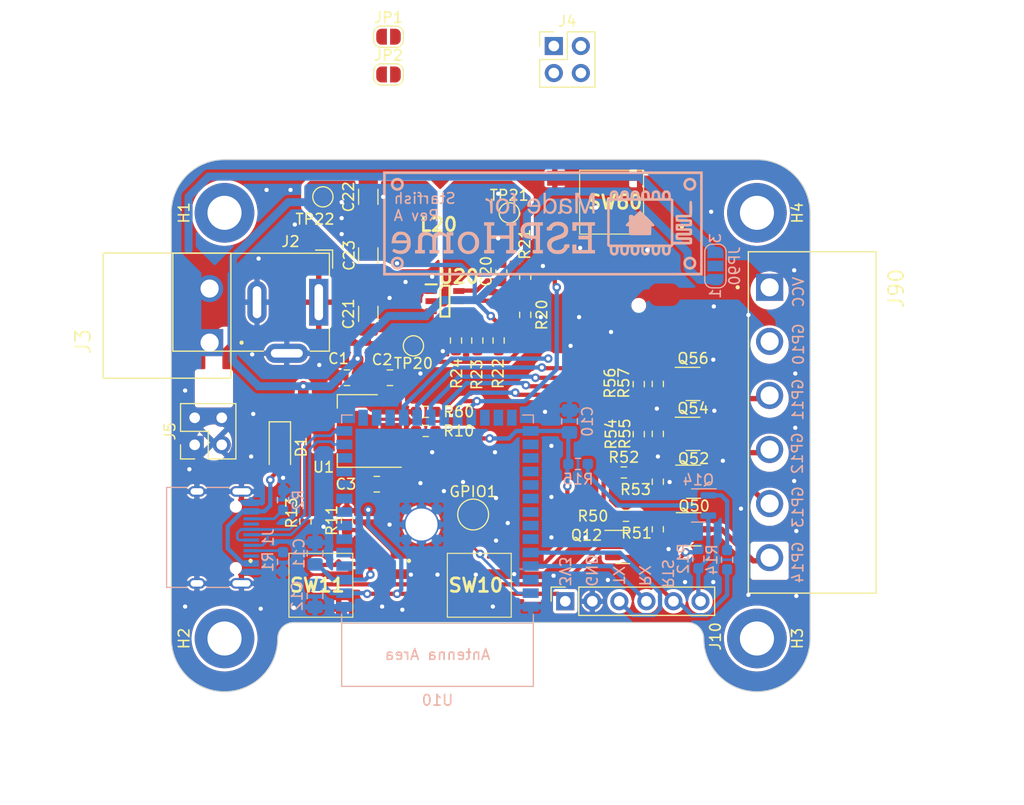
<source format=kicad_pcb>
(kicad_pcb (version 20221018) (generator pcbnew)
  (title_block (title "Starfish") (date "2023-01-30") (rev "A") (company "PaEber Electronics"))
  (layers (0 "F.Cu" signal) (31 "B.Cu" signal) (34 "B.Paste" user) (35 "F.Paste" user) (36 "B.SilkS" user "B.Silkscreen") (37 "F.SilkS" user "F.Silkscreen") (38 "B.Mask" user) (39 "F.Mask" user) (44 "Edge.Cuts" user))
  (net 0 "")
  (net 1 "GND")
  (net 2 "VBUS")
  (net 3 "Net-(U20-BST)")
  (net 4 "/USB_DP")
  (net 5 "/USB_DM")
  (net 6 "Net-(U10-GPIO1{slash}TOUCH1{slash}ADC1_CH0)")
  (net 7 "Net-(J1-CC1)")
  (net 9 "Net-(J1-CC2)")
  (net 10 "/Power/SW_5V")
  (net 11 "+3V3")
  (net 12 "/CH1")
  (net 14 "/Power/V_REG")
  (net 15 "Net-(Q12-G)")
  (net 16 "Net-(Q12-D)")
  (net 17 "Net-(Q14-G)")
  (net 18 "Net-(Q14-D)")
  (net 19 "Net-(Q50-G)")
  (net 20 "Net-(Q52-G)")
  (net 21 "Net-(Q54-G)")
  (net 22 "Net-(Q56-G)")
  (net 23 "Net-(U20-EN)")
  (net 24 "Net-(SW60-A)")
  (net 31 "+5V")
  (net 32 "/LED Driver/PWM1")
  (net 33 "/LED Driver/PWM2")
  (net 34 "/LED Driver/PWM3")
  (net 35 "/LED Driver/PWM4")
  (net 40 "/CH2")
  (net 41 "/CH3")
  (net 42 "/CH4")
  (net 43 "VCC")
  (net 46 "Net-(R22-Pad2)")
  (net 47 "/Power/FB_5V")
  (net 52 "/GPIO0")
  (net 53 "/CHIP_PU")
  (net 54 "/TXD")
  (net 57 "/RXD")
  (net 58 "/RTS")
  (net 59 "/DTR")
  (net 66 "unconnected-(U10-GPIO10{slash}TOUCH10{slash}ADC1_CH9{slash}FSPICS0{slash}FSPIIO4{slash}SUBSPICS0-Pad18)")
  (net 67 "Net-(J90-Pin_2)")
  (footprint "paeber:13019319" (layer "F.Cu") (at 162.2 64 180)
    (fp_text reference "SW60")
    (fp_text value "1301.9315" hide)
  )
  (footprint "paeber:13019319" (layer "F.Cu") (at 148.075 100)
    (fp_text reference "SW10")
    (fp_text value "1301.9315" hide)
  )
  (footprint "TestPoint:TestPoint_Pad_D1.5mm" (layer "F.Cu") (at 134.239997 63.500001)
    (fp_text reference "TP22")
    (fp_text value "TestPoint")
  )
  (footprint "Resistor_SMD:R_0603_1608Metric_Pad0.98x0.95mm_HandSolder" (layer "F.Cu") (at 165.689997 81.080001 90)
    (fp_text reference "R57")
    (fp_text value "10k")
  )
  (footprint "Capacitor_SMD:C_0603_1608Metric_Pad1.08x0.95mm_HandSolder" (layer "F.Cu") (at 150.999997 70.500001 90)
    (fp_text reference "C20")
    (fp_text value "100n")
  )
  (footprint "Capacitor_SMD:C_1206_3216Metric" (layer "F.Cu") (at 138.499997 63.500001 90)
    (fp_text reference "C22")
    (fp_text value "22u")
  )
  (footprint "MountingHole:MountingHole_3.2mm_M3_DIN965_Pad_TopBottom" (layer "F.Cu") (at 125 65 90)
    (fp_text reference "H1")
    (fp_text value "MountingHole")
  )
  (footprint "Resistor_SMD:R_0603_1608Metric_Pad0.98x0.95mm_HandSolder" (layer "F.Cu") (at 150.739997 77.000001 -90)
    (fp_text reference "R22")
    (fp_text value "27k")
  )
  (footprint "TestPoint:TestPoint_Pad_D2.5mm" (layer "F.Cu") (at 148.35 93.35)
    (fp_text reference "GPIO1")
    (fp_text value "TestPoint")
  )
  (footprint "MountingHole:MountingHole_3.2mm_M3_DIN965_Pad_TopBottom" (layer "F.Cu") (at 175 105 -90)
    (fp_text reference "H3")
    (fp_text value "MountingHole")
  )
  (footprint "Package_TO_SOT_SMD:SOT-23" (layer "F.Cu") (at 169.1 94.740001)
    (fp_text reference "Q50")
    (fp_text value "PMV40UN2R")
  )
  (footprint "Package_TO_SOT_SMD:SOT-223-3_TabPin2" (layer "F.Cu") (at 137.499997 85.500001 180)
    (fp_text reference "U1")
    (fp_text value "LM1117-3.3")
  )
  (footprint "paeber:CUI_TBP01R1-508-06BE" (layer "F.Cu") (at 176.189997 72 -90)
    (fp_text reference "J90")
    (fp_text value "Screw_Terminal_01x06")
  )
  (footprint "Package_TO_SOT_SMD:SOT-23" (layer "F.Cu") (at 169 81.080001)
    (fp_text reference "Q56")
    (fp_text value "PMV40UN2R")
  )
  (footprint "Resistor_SMD:R_0603_1608Metric_Pad0.98x0.95mm_HandSolder" (layer "F.Cu") (at 162.699997 93.470001)
    (fp_text reference "R50")
    (fp_text value "330")
  )
  (footprint "Resistor_SMD:R_0603_1608Metric_Pad0.98x0.95mm_HandSolder" (layer "F.Cu") (at 153.239997 74.587501 90)
    (fp_text reference "R20")
    (fp_text value "100k")
  )
  (footprint "Resistor_SMD:R_0603_1608Metric_Pad0.98x0.95mm_HandSolder" (layer "F.Cu") (at 153.239997 71.000001 90)
    (fp_text reference "R21")
    (fp_text value "27k")
  )
  (footprint "Package_TO_SOT_SMD:SOT-23" (layer "F.Cu") (at 169.05 90.270001)
    (fp_text reference "Q52")
    (fp_text value "PMV40UN2R")
  )
  (footprint "Capacitor_SMD:C_0805_2012Metric_Pad1.18x1.45mm_HandSolder" (layer "F.Cu") (at 140.537497 80.500001)
    (fp_text reference "C2")
    (fp_text value "10")
  )
  (footprint "MountingHole:MountingHole_3.2mm_M3_DIN965_Pad_TopBottom" (layer "F.Cu") (at 175 65 -90)
    (fp_text reference "H4")
    (fp_text value "MountingHole")
  )
  (footprint "paeber:CUI_TBP01R1-508-02BE" (layer "F.Cu") (at 123.6 77.2 90)
    (fp_text reference "J3")
    (fp_text value "Screw_Terminal_01x02")
  )
  (footprint "Resistor_SMD:R_0603_1608Metric_Pad0.98x0.95mm_HandSolder" (layer "F.Cu") (at 165.689997 94.740001 90)
    (fp_text reference "R51")
    (fp_text value "10k")
  )
  (footprint "Resistor_SMD:R_0603_1608Metric_Pad0.98x0.95mm_HandSolder" (layer "F.Cu") (at 165.689997 90.270001 90)
    (fp_text reference "R53")
    (fp_text value "10k")
  )
  (footprint "paeber:XAL6030182MEB-HandSolder" (layer "F.Cu") (at 145.099997 66.100001 180)
    (fp_text reference "L20")
    (fp_text value "3u3" hide)
  )
  (footprint "TestPoint:TestPoint_Pad_D1.5mm" (layer "F.Cu") (at 142.739997 77.500001 180)
    (fp_text reference "TP20")
    (fp_text value "TestPoint")
  )
  (footprint "Resistor_SMD:R_0603_1608Metric_Pad0.98x0.95mm_HandSolder" (layer "F.Cu") (at 163.899997 81.100001 90)
    (fp_text reference "R56")
    (fp_text value "330")
  )
  (footprint "Resistor_SMD:R_0603_1608Metric_Pad0.98x0.95mm_HandSolder" (layer "F.Cu") (at 148.739997 77.000001 -90)
    (fp_text reference "R23")
    (fp_text value "27k")
  )
  (footprint "Resistor_SMD:R_0603_1608Metric_Pad0.98x0.95mm_HandSolder" (layer "F.Cu") (at 165.689997 85.770001 90)
    (fp_text reference "R55")
    (fp_text value "10k")
  )
  (footprint "Capacitor_SMD:C_1206_3216Metric" (layer "F.Cu") (at 138.499997 69.000001 -90)
    (fp_text reference "C23")
    (fp_text value "22u")
  )
  (footprint "Capacitor_SMD:C_0805_2012Metric_Pad1.18x1.45mm_HandSolder" (layer "F.Cu") (at 136.499997 80.500001 180)
    (fp_text reference "C1")
    (fp_text value "1u")
  )
  (footprint "Connector_BarrelJack:BarrelJack_Wuerth_6941xx301002" (layer "F.Cu") (at 133.849997 73.400001 -90)
    (fp_text reference "J2")
    (fp_text value "Barrel_Jack_Switch")
  )
  (footprint "Connector_PinSocket_2.54mm:PinSocket_1x06_P2.54mm_Vertical" (layer "F.Cu") (at 156.999997 101.500001 90)
    (fp_text reference "J10")
    (fp_text value "UartBridge")
  )
  (footprint "Capacitor_SMD:C_1206_3216Metric" (layer "F.Cu") (at 138.499997 74.500001 90)
    (fp_text reference "C21")
    (fp_text value "10u")
  )
  (footprint "TestPoint:TestPoint_Pad_D1.5mm" (layer "F.Cu") (at 151.739997 65.000001)
    (fp_text reference "TP21")
    (fp_text value "TestPoint")
  )
  (footprint "Connector_PinHeader_2.54mm:PinHeader_2x02_P2.54mm_Vertical" (layer "F.Cu") (at 122.2 86.8 90)
    (fp_text reference "J5")
    (fp_text value "Conn_02x02_Odd_Even")
  )
  (footprint "Resistor_SMD:R_0603_1608Metric_Pad0.98x0.95mm_HandSolder" (layer "F.Cu") (at 146.739997 77.000001 90)
    (fp_text reference "R24")
    (fp_text value "10k")
  )
  (footprint "Resistor_SMD:R_0603_1608Metric_Pad0.98x0.95mm_HandSolder" (layer "F.Cu") (at 132.6 94 -90)
    (fp_text reference "R13")
    (fp_text value "0")
  )
  (footprint "Jumper:SolderJumper-2_P1.3mm_Open_RoundedPad1.0x1.5mm" (layer "F.Cu") (at 140.4 52)
    (fp_text reference "JP2")
    (fp_text value "SolderJumper_2_Open")
  )
  (footprint "Capacitor_SMD:C_0805_2012Metric_Pad1.18x1.45mm_HandSolder" (layer "F.Cu") (at 139.299997 90.500001)
    (fp_text reference "C3")
    (fp_text value "1u")
  )
  (footprint "Resistor_SMD:R_0603_1608Metric_Pad0.98x0.95mm_HandSolder" (layer "F.Cu") (at 143.9 83.7 180)
    (fp_text reference "R60")
    (fp_text value "10k")
  )
  (footprint "MountingHole:MountingHole_3.2mm_M3_DIN965_Pad_TopBottom" (layer "F.Cu") (at 125 105 90)
    (fp_text reference "H2")
    (fp_text value "MountingHole")
  )
  (footprint "Connector_PinHeader_2.54mm:PinHeader_2x02_P2.54mm_Vertical" (layer "F.Cu") (at 155.925 49.325)
    (fp_text reference "J4")
    (fp_text value "Conn_02x02_Odd_Even")
  )
  (footprint "paeber:13019319" (layer "F.Cu") (at 133.2 100)
    (fp_text reference "SW11")
    (fp_text value "1301.9315" hide)
  )
  (footprint "Resistor_SMD:R_0603_1608Metric_Pad0.98x0.95mm_HandSolder" (layer "F.Cu") (at 162.499997 89.400001)
    (fp_text reference "R52")
    (fp_text value "330")
  )
  (footprint "paeber:TSOT-26" (layer "F.Cu") (at 145.699997 73.300001)
    (fp_text reference "U20")
    (fp_text value "AP62301WU-7" hide)
  )
  (footprint "Jumper:SolderJumper-2_P1.3mm_Open_RoundedPad1.0x1.5mm" (layer "F.Cu") (at 140.4 48.45)
    (fp_text reference "JP1")
    (fp_text value "SolderJumper_2_Open")
  )
  (footprint "Resistor_SMD:R_0603_1608Metric_Pad0.98x0.95mm_HandSolder" (layer "F.Cu") (at 143.9 85.5 180)
    (fp_text reference "R10")
    (fp_text value "10k")
  )
  (footprint "Package_TO_SOT_SMD:SOT-23" (layer "F.Cu") (at 169 85.770001)
    (fp_text reference "Q54")
    (fp_text value "PMV40UN2R")
  )
  (footprint "Diode_SMD:D_SOD-123" (layer "F.Cu") (at 130.199997 87.000001 -90)
    (fp_text reference "D1")
    (fp_text value "PMEG60T10ELRX")
  )
  (footprint "Resistor_SMD:R_0603_1608Metric_Pad0.98x0.95mm_HandSolder" (layer "F.Cu") (at 163.899997 85.800001 90)
    (fp_text reference "R54")
    (fp_text value "330")
  )
  (footprint "Package_TO_SOT_SMD:SOT-23" (layer "F.Cu") (at 162.399997 96.400001)
    (fp_text reference "Q12")
    (fp_text value "BSS138")
  )
  (footprint "Resistor_SMD:R_0603_1608Metric_Pad0.98x0.95mm_HandSolder" (layer "F.Cu") (at 136.5 93.9 90)
    (fp_text reference "R11")
    (fp_text value "10k")
  )
  (footprint "Capacitor_SMD:C_0805_2012Metric_Pad1.18x1.45mm_HandSolder" (layer "B.Cu") (at 133.499997 101.000001 -90)
    (fp_text reference "C12")
    (fp_text value "100n")
  )
  (footprint "Resistor_SMD:R_0603_1608Metric_Pad0.98x0.95mm_HandSolder" (layer "B.Cu") (at 130.499997 97.800001 -90)
    (fp_text reference "R1")
    (fp_text value "5k11")
  )
  (footprint "Connector_USB:USB_C_Receptacle_HRO_TYPE-C-31-M-12" (layer "B.Cu") (at 123.459997 95.500001 90)
    (fp_text reference "J1")
    (fp_text value "USB4105-GF-A-120")
  )
  (footprint "Resistor_SMD:R_0603_1608Metric_Pad0.98x0.95mm_HandSolder" (layer "B.Cu") (at 172.199997 97.600001 -90)
    (fp_text reference "R14")
    (fp_text value "10k")
  )
  (footprint "Jumper:SolderJumper-3_P1.3mm_Open_RoundedPad1.0x1.5mm_NumberLabels" (layer "B.Cu") (at 171.099997 70.000001 90)
    (fp_text reference "JP90")
    (fp_text value "12V 5V")
  )
  (footprint "Package_TO_SOT_SMD:SOT-23" (layer "B.Cu") (at 169.499997 92.500001 180)
    (fp_text reference "Q14")
    (fp_text value "BSS138")
  )
  (footprint "Capacitor_SMD:C_0805_2012Metric_Pad1.18x1.45mm_HandSolder" (layer "B.Cu") (at 157.4 84.6 90)
    (fp_text reference "C10")
    (fp_text value "100n")
  )
  (footprint "Capacitor_SMD:C_0805_2012Metric_Pad1.18x1.45mm_HandSolder" (layer "B.Cu") (at 133.499997 97.000001 90)
    (fp_text reference "C11")
    (fp_text value "100n")
  )
  (footprint "Resistor_SMD:R_0603_1608Metric_Pad0.98x0.95mm_HandSolder" (layer "B.Cu") (at 169.499997 97.500001 -90)
    (fp_text reference "R12")
    (fp_text value "10k")
  )
  (footprint "Resistor_SMD:R_0603_1608Metric_Pad0.98x0.95mm_HandSolder" (layer "B.Cu") (at 158.199997 88.6)
    (fp_text reference "R15")
    (fp_text value "0")
  )
  (footprint "LOGO" (layer "B.Cu") (at 154.899997 66.000001 180)
    (fp_text reference "G***" hide)
    (fp_text value "LOGO" hide)
  )
  (footprint "Espressif:ESP32-S3-WROOM-1" (layer "B.Cu") (at 144.999997 93.750001)
    (fp_text reference "U10")
    (fp_text value "ESP32-S3-WROOM-1")
  )
  (footprint "Resistor_SMD:R_0603_1608Metric_Pad0.98x0.95mm_HandSolder" (layer "B.Cu") (at 130.499997 92.000001 90)
    (fp_text reference "R2")
    (fp_text value "5k11")
  )
  (gr_line (start 131.499997 103.500001) (end 168.499997 103.500001) (stroke (width 0.1)) (layer "Edge.Cuts"))
  (gr_line (start 119.999997 65.000001) (end 119.999997 105.000001) (stroke (width 0.1)) (layer "Edge.Cuts"))
  (gr_arc (start 129.999997 105.000001) (mid 128.535531 108.535535) (end 124.999997 110.000001) (stroke (width 0.1)) (layer "Edge.Cuts"))
  (gr_line (start 179.999997 105.000001) (end 179.999997 65.000001) (stroke (width 0.1)) (layer "Edge.Cuts"))
  (gr_arc (start 179.999997 105.000001) (mid 178.535531 108.535535) (end 174.999997 110.000001) (stroke (width 0.1)) (layer "Edge.Cuts"))
  (gr_line (start 174.999997 60.000001) (end 124.999997 60.000001) (stroke (width 0.1)) (layer "Edge.Cuts"))
  (gr_arc (start 119.999997 65.000001) (mid 121.464463 61.464467) (end 124.999997 60.000001) (stroke (width 0.1)) (layer "Edge.Cuts"))
  (gr_arc (start 168.499997 103.500001) (mid 169.560659 103.93934) (end 170 105.000001) (stroke (width 0.1)) (layer "Edge.Cuts"))
  (gr_arc (start 124.999997 110.000001) (mid 121.464463 108.535535) (end 119.999997 105.000001) (stroke (width 0.1)) (layer "Edge.Cuts"))
  (gr_arc (start 175 110.000001) (mid 171.464466 108.535535) (end 170 105.000001) (stroke (width 0.1)) (layer "Edge.Cuts"))
  (gr_arc (start 129.999997 105.000001) (mid 130.439337 103.939341) (end 131.499997 103.500001) (stroke (width 0.1)) (layer "Edge.Cuts"))
  (gr_arc (start 174.999997 60.000001) (mid 178.535531 61.464467) (end 179.999997 65.000001) (stroke (width 0.1)) (layer "Edge.Cuts"))
  (gr_text "RTS" (at 166.6 98.9 270) (layer "B.SilkS") (effects (font (size 1 1)) (justify mirror)))
  (gr_text "VCC" (at 178.9 72.45 90) (layer "B.SilkS") (effects (font (size 1 1)) (justify mirror)))
  (gr_text "GP14" (at 178.85 97.85 90) (layer "B.SilkS") (effects (font (size 1 1)) (justify mirror)))
  (gr_text "3V3" (at 156.95 98.7 270) (layer "B.SilkS") (effects (font (size 1 1)) (justify mirror)))
  (gr_text "GP12" (at 178.8 87.6 90) (layer "B.SilkS") (effects (font (size 1 1)) (justify mirror)))
  (gr_text "Starfish\nRev A\n" (at 140.8 64.45) (layer "B.SilkS") (effects (font (size 1 1)) (justify right mirror)))
  (gr_text "TX" (at 162 99.05 270) (layer "B.SilkS") (effects (font (size 1 1)) (justify mirror)))
  (gr_text "GP10" (at 178.9 77.35 90) (layer "B.SilkS") (effects (font (size 1 1)) (justify mirror)))
  (gr_text "GP13" (at 178.85 92.65 90) (layer "B.SilkS") (effects (font (size 1 1)) (justify mirror)))
  (gr_text "GND" (at 159.45 98.6 270) (layer "B.SilkS") (effects (font (size 1 1)) (justify mirror)))
  (gr_text "GP11" (at 178.85 82.55 90) (layer "B.SilkS") (effects (font (size 1 1)) (justify mirror)))
  (gr_text "RX" (at 164.45 99.1 270) (layer "B.SilkS") (effects (font (size 1 1)) (justify mirror)))
  (segment (start 165.727497 82.030001) (end 165.689997 81.992501) (width 0.4) (layer "F.Cu") (net 1))
  (segment (start 165.689997 95.652501) (end 166.752497 95.652501) (width 0.4) (layer "F.Cu") (net 1))
  (segment (start 165.689997 86.682501) (end 168.025 86.682501) (width 0.4) (layer "F.Cu") (net 1))
  (segment (start 165.689997 86.682501) (end 165.689997 87.890001) (width 0.4) (layer "F.Cu") (net 1))
  (segment (start 168.125 95.652501) (end 168.1625 95.690001) (width 0.4) (layer "F.Cu") (net 1))
  (segment (start 145.587497 77.912501) (end 145.499997 78.000001) (width 0.4) (layer "F.Cu") (net 1))
  (segment (start 153.327497 70.000001) (end 153.239997 70.087501) (width 0.4) (layer "F.Cu") (net 1))
  (segment (start 154.900497 70.000001) (end 153.327497 70.000001) (width 0.4) (layer "F.Cu") (net 1))
  (segment (start 140.474997 73.025001) (end 140.499997 73.000001) (width 0.4) (layer "F.Cu") (net 1))
  (segment (start 166.819997 90.320001) (end 166.799997 90.300001) (width 0.4) (layer "F.Cu") (net 1))
  (segment (start 165.727497 91.220001) (end 165.689997 91.182501) (width 0.4) (layer "F.Cu") (net 1))
  (segment (start 165.689997 87.890001) (end 165.699997 87.900001) (width 0.4) (layer "F.Cu") (net 1))
  (segment (start 138.499997 73.025001) (end 140.474997 73.025001) (width 0.4) (layer "F.Cu") (net 1))
  (segment (start 168.025 86.682501) (end 168.0625 86.720001) (width 0.4) (layer "F.Cu") (net 1))
  (segment (start 166.819997 91.220001) (end 166.819997 90.320001) (width 0.4) (layer "F.Cu") (net 1))
  (segment (start 165.689997 83.310001) (end 165.599997 83.400001) (width 0.4) (layer "F.Cu") (net 1))
  (segment (start 166.752497 95.652501) (end 166.752497 96.547501) (width 0.4) (layer "F.Cu") (net 1))
  (segment (start 166.752497 95.652501) (end 168.125 95.652501) (width 0.4) (layer "F.Cu") (net 1))
  (segment (start 166.819997 91.220001) (end 165.727497 91.220001) (width 0.4) (layer "F.Cu") (net 1))
  (segment (start 165.689997 81.992501) (end 165.689997 83.310001) (width 0.4) (layer "F.Cu") (net 1))
  (segment (start 146.739997 77.912501) (end 145.587497 77.912501) (width 0.4) (layer "F.Cu") (net 1))
  (segment (start 168.1125 91.220001) (end 166.819997 91.220001) (width 0.4) (layer "F.Cu") (net 1))
  (segment (start 168.0625 82.030001) (end 165.727497 82.030001) (width 0.4) (layer "F.Cu") (net 1))
  (segment (start 144.399997 72.350001) (end 144.399997 71.100001) (width 0.4) (layer "F.Cu") (net 1))
  (segment (start 144.399997 71.100001) (end 144.499997 71.000001) (width 0.4) (layer "F.Cu") (net 1))
  (segment (start 166.752497 96.547501) (end 166.699997 96.600001) (width 0.4) (layer "F.Cu") (net 1))
  (via (at 178.7 94.9) (size 0.8) (drill 0.4) (layers "F.Cu" "B.Cu") (net 1))
  (via (at 155.9 99.1) (size 0.8) (drill 0.4) (layers "F.Cu" "B.Cu") (net 1))
  (via (at 178.6 85.2) (size 0.8) (drill 0.4) (layers "F.Cu" "B.Cu") (net 1))
  (via (at 127.6 78.3) (size 0.8) (drill 0.4) (layers "F.Cu" "B.Cu") (net 1))
  (via (at 170.7 64.9) (size 0.8) (drill 0.4) (layers "F.Cu" "B.Cu") (net 1))
  (via (at 166.799997 90.300001) (size 0.8) (drill 0.4) (layers "F.Cu" "B.Cu") (net 1))
  (via (at 171.8 88.3) (size 0.8) (drill 0.4) (layers "F.Cu" "B.Cu") (net 1))
  (via (at 144.499997 71.000001) (size 0.8) (drill 0.4) (layers "F.Cu" "B.Cu") (net 1))
  (via (at 165.699997 87.900001) (size 0.8) (drill 0.4) (layers "F.Cu" "B.Cu") (net 1))
  (via (at 130.499997 89.900001) (size 0.8) (drill 0.4) (layers "F.Cu" "B.Cu") (net 1))
  (via (at 178.5 90.2) (size 0.8) (drill 0.4) (layers "F.Cu" "B.Cu") (net 1))
  (via (at 131.6 66.1) (size 0.8) (drill 0.4) (layers "F.Cu" "B.Cu") (net 1))
  (via (at 154.7 74.8) (size 0.8) (drill 0.4) (layers "F.Cu" "B.Cu") (net 1))
  (via (at 174.2 74.6) (size 0.8) (drill 0.4) (layers "F.Cu" "B.Cu") (net 1))
  (via (at 141.7 102.3) (size 0.8) (drill 0.4) (layers "F.Cu" "B.Cu") (net 1))
  (via (at 147.4 90.3) (size 0.8) (drill 0.4) (layers "F.Cu" "B.Cu") (net 1))
  (via (at 164.7 68.5) (size 0.8) (drill 0.4) (layers "F.Cu" "B.Cu") (net 1))
  (via (at 140.499997 73.000001) (size 0.8) (drill 0.4) (layers "F.Cu" "B.Cu") (net 1))
  (via (at 133.9 79.3) (size 0.8) (drill 0.4) (layers "F.Cu" "B.Cu") (net 1))
  (via (at 143.4 80.1) (size 0.8) (drill 0.4) (layers "F.Cu" "B.Cu") (net 1))
  (via (at 170.9 78.8) (size 0.8) (drill 0.4) (layers "F.Cu" "B.Cu") (net 1))
  (via (at 128.4 102.2) (size 0.8) (drill 0.4) (layers "F.Cu" "B.Cu") (net 1))
  (via (at 150.5 91.8) (size 0.8) (drill 0.4) (layers "F.Cu" "B.Cu") (net 1))
  (via (at 178.6 80.1) (size 0.8) (drill 0.4) (layers "F.Cu" "B.Cu") (net 1))
  (via (at 134.299997 94.500001) (size 0.8) (drill 0.4) (layers "F.Cu" "B.Cu") (net 1))
  (via (at 145.499997 78.000001) (size 0.8) (drill 0.4) (layers "F.Cu" "B.Cu") (net 1))
  (via (at 157.5 77.5) (size 0.8) (drill 0.4) (layers "F.Cu" "B.Cu") (net 1))
  (via (at 152.2 98.95) (size 0.8) (drill 0.4) (layers "F.Cu" "B.Cu") (net 1))
  (via (at 158.4 68.3) (size 0.8) (drill 0.4) (layers "F.Cu" "B.Cu") (net 1))
  (via (at 150.5 95.8) (size 0.8) (drill 0.4) (layers "F.Cu" "B.Cu") (net 1))
  (via (at 145 99) (size 0.8) (drill 0.4) (layers "F.Cu" "B.Cu") (net 1))
  (via (at 178.5 70.4) (size 0.8) (drill 0.4) (layers "F.Cu" "B.Cu") (net 1))
  (via (at 128.95 62.85) (size 0.8) (drill 0.4) (layers "F.Cu" "B.Cu") (net 1))
  (via (at 121.3 81.7) (size 0.8) (drill 0.4) (layers "F.Cu" "B.Cu") (net 1))
  (via (at 148.6 99) (size 0.8) (drill 0.4) (layers "F.Cu" "B.Cu") (net 1))
  (via (at 158.3 74.8) (size 0.8) (drill 0.4) (layers "F.Cu" "B.Cu") (net 1))
  (via (at 150.4 87.5) (size 0.8) (drill 0.4) (layers "F.Cu" "B.Cu") (net 1))
  (via (at 155.7 91.7) (size 0.8) (drill 0.4) (layers "F.Cu" "B.Cu") (net 1))
  (via (at 161 99.5) (size 0.8) (drill 0.4) (layers "F.Cu" "B.Cu") (net 1))
  (via (at 143.4 90.4) (size 0.8) (drill 0.4) (layers "F.Cu" "B.Cu") (net 1))
  (via (at 142.5 99) (size 0.8) (drill 0.4) (layers "F.Cu" "B.Cu") (net 1))
  (via (at 121.7 89.1) (size 0.8) (drill 0.4) (layers "F.Cu" "B.Cu") (net 1))
  (via (at 170.95 73.8) (size 0.8) (drill 0.4) (layers "F.Cu" "B.Cu") (net 1))
  (via (at 140.5 94.3) (size 0.8) (drill 0.4) (layers "F.Cu" "B.Cu") (net 1))
  (via (at 150.199997 102.000001) (size 0.8) (drill 0.4) (layers "F.Cu" "B.Cu") (net 1))
  (via (at 154.900497 70.000001) (size 0.8) (drill 0.4) (layers "F.Cu" "B.Cu") (net 1))
  (via (at 142 71.5) (size 0.8) (drill 0.4) (layers "F.Cu" "B.Cu") (net 1))
  (via (at 168.25 99.7) (size 0.8) (drill 0.4) (layers "F.Cu" "B.Cu") (net 1))
  (via (at 166.699997 96.600001) (size 0.8) (drill 0.4) (layers "F.Cu" "B.Cu") (net 1))
  (via (at 155.7 86.9) (size 0.8) (drill 0.4) (layers "F.Cu" "B.Cu") (net 1))
  (via (at 159.9 64.5) (size 0.8) (drill 0.4) (layers "F.Cu" "B.Cu") (net 1))
  (via (at 128.2 69.3) (size 0.8) (drill 0.4) (layers "F.Cu" "B.Cu") (net 1))
  (via (at 144.5 87.5) (size 0.8) (drill 0.4) (layers "F.Cu" "B.Cu") (net 1))
  (via (at 173.5 92.8) (size 0.8) (drill 0.4) (layers "F.Cu" "B.Cu") (net 1))
  (via (at 151.6 94.15) (size 0.8) (drill 0.4) (layers "F.Cu" "B.Cu") (net 1))
  (via (at 127.7 83.9) (size 0.8) (drill 0.4) (layers "F.Cu" "B.Cu") (net 1))
  (via (at 161.3 76.2) (size 0.8) (drill 0.4) (layers "F.Cu" "B.Cu") (net 1))
  (via (at 121.3 102) (size 0.8) (drill 0.4) (layers "F.Cu" "B.Cu") (net 1))
  (via (at 155.1 83.7) (size 0.8) (drill 0.4) (layers "F.Cu" "B.Cu") (net 1))
  (via (at 155.7 95.5) (size 0.8) (drill 0.4) (layers "F.Cu" "B.Cu") (net 1))
  (via (at 131.2 62.85) (size 0.8) (drill 0.4) (layers "F.Cu" "B.Cu") (net 1))
  (via (at 127.5 87.9) (size 0.8) (drill 0.4) (layers "F.Cu" "B.Cu") (net 1))
  (via (at 178.7 101) (size 0.8) (drill 0.4) (layers "F.Cu" "B.Cu") (net 1))
  (via (at 165.599997 83.400001) (size 0.8) (drill 0.4) (layers "F.Cu" "B.Cu") (net 1))
  (via (at 145.6 91.15) (size 0.8) (drill 0.4) (layers "F.Cu" "B.Cu") (net 1))
  (via (at 131.499997 102.100001) (size 0.8) (drill 0.4) (layers "F.Cu" "B.Cu") (net 1))
  (via (at 174.2 100.9) (size 0.8) (drill 0.4) (layers "F.Cu" "B.Cu") (net 1))
  (via (at 171 83.6) (size 0.8) (drill 0.4) (layers "F.Cu" "B.Cu") (net 1))
  (via (at 139.799997 102.000001) (size 0.8) (drill 0.4) (layers "F.Cu" "B.Cu") (net 1))
  (via (at 158.9 95.5) (size 0.8) (drill 0.4) (layers "F.Cu" "B.Cu") (net 1))
  (via (at 170.9 99.7) (size 0.8) (drill 0.4) (layers "F.Cu" "B.Cu") (net 1))
  (segment (start 142.099997 94.290001) (end 143.499997 94.290001) (width 0.4) (layer "B.Cu") (net 1))
  (segment (start 129.049997 98.750001) (end 130.462497 98.750001) (width 0.4) (layer "B.Cu") (net 1))
  (segment (start 128.399997 91.200001) (end 126.609997 91.200001) (width 0.4) (layer "B.Cu") (net 1))
  (segment (start 129.099997 98.800001) (end 129.049997 98.750001) (width 0.4) (layer "B.Cu") (net 1))
  (segment (start 133.499997 95.300001) (end 134.299997 94.500001) (width 0.4) (layer "B.Cu") (net 1))
  (segment (start 130.462497 98.750001) (end 130.499997 98.712501) (width 0.4) (layer "B.Cu") (net 1))
  (segment (start 128.679997 99.820001) (end 129.099997 99.400001) (width 0.4) (layer "B.Cu") (net 1))
  (segment (start 128.299997 92.200001) (end 128.599997 91.900001) (width 0.4) (layer "B.Cu") (net 1))
  (segment (start 127.554997 92.200001) (end 128.299997 92.200001) (width 0.4) (layer "B.Cu") (net 1))
  (segment (start 129.099997 99.400001) (end 129.099997 98.800001) (width 0.4) (layer "B.Cu") (net 1))
  (segment (start 127.504997 92.250001) (end 127.554997 92.200001) (width 0.4) (layer "B.Cu") (net 1))
  (segment (start 126.609997 91.200001) (end 126.589997 91.180001) (width 0.4) (layer "B.Cu") (net 1))
  (segment (start 127.504997 98.750001) (end 129.049997 98.750001) (width 0.4) (layer "B.Cu") (net 1))
  (segment (start 143.499997 94.290001) (end 144.899997 94.290001) (width 0.4) (layer "B.Cu") (net 1))
  (segment (start 128.599997 91.900001) (end 128.599997 91.400001) (width 0.4) (layer "B.Cu") (net 1))
  (segment (start 143.499997 94.290001) (end 143.499997 95.690001) (width 0.4) (layer "B.Cu") (net 1))
  (segment (start 131.562497 102.037501) (end 131.499997 102.100001) (width 0.4) (layer "B.Cu") (net 1))
  (segment (start 130.499997 91.087501) (end 130.499997 89.900001) (width 0.4) (layer "B.Cu") (net 1))
  (segment (start 133.499997 95.962501) (end 133.499997 95.300001) (width 0.4) (layer "B.Cu") (net 1))
  (segment (start 143.499997 92.890001) (end 143.499997 94.290001) (width 0.4) (layer "B.Cu") (net 1))
  (segment (start 126.589997 99.820001) (end 128.679997 99.820001) (width 0.4) (layer "B.Cu") (net 1))
  (segment (start 133.499997 102.037501) (end 131.562497 102.037501) (width 0.4) (layer "B.Cu") (net 1))
  (segment (start 128.599997 91.400001) (end 128.399997 91.200001) (width 0.4) (layer "B.Cu") (net 1))
  (segment (start 129.299997 89.969321) (end 130.199997 89.069321) (width 0.4) (layer "F.Cu") (net 2))
  (segment (start 129.299997 90.100001) (end 129.299997 89.969321) (width 0.4) (layer "F.Cu") (net 2))
  (segment (start 130.199997 89.069321) (end 130.199997 88.650001) (width 0.4) (layer "F.Cu") (net 2))
  (via (at 129.299997 90.100001) (size 0.8) (drill 0.4) (layers "F.Cu" "B.Cu") (net 2))
  (segment (start 127.504997 93.050001) (end 126.715336 93.050001) (width 0.4) (layer "B.Cu") (net 2))
  (segment (start 129.099997 92.700001) (end 129.299997 92.500001) (width 0.4) (layer "B.Cu") (net 2))
  (segment (start 125.299997 94.46534) (end 125.299997 96.534662) (width 0.4) (layer "B.Cu") (net 2))
  (segment (start 128.749997 93.050001) (end 129.099997 92.700001) (width 0.4) (layer "B.Cu") (net 2))
  (segment (start 129.299997 92.500001) (end 129.299997 90.100001) (width 0.4) (layer "B.Cu") (net 2))
  (segment (start 126.715336 93.050001) (end 125.299997 94.46534) (width 0.4) (layer "B.Cu") (net 2))
  (segment (start 126.715336 97.950001) (end 127.504997 97.950001) (width 0.4) (layer "B.Cu") (net 2))
  (segment (start 127.504997 93.050001) (end 128.749997 93.050001) (width 0.4) (layer "B.Cu") (net 2))
  (segment (start 125.299997 96.534662) (end 126.715336 97.950001) (width 0.4) (layer "B.Cu") (net 2))
  (segment (start 149.637497 71.362501) (end 148.689997 72.310001) (width 0.4) (layer "F.Cu") (net 3))
  (segment (start 150.999997 71.362501) (end 149.637497 71.362501) (width 0.4) (layer "F.Cu") (net 3))
  (segment (start 148.689997 72.310001) (end 147.007497 72.310001) (width 0.4) (layer "F.Cu") (net 3))
  (segment (start 127.504997 95.750001) (end 126.349997 95.750001) (width 0.25) (layer "B.Cu") (net 4))
  (segment (start 132.499997 93.364283) (end 132.499997 87.000001) (width 0.25) (layer "B.Cu") (net 4))
  (segment (start 126.199997 95.600001) (end 126.199997 95.100001) (width 0.25) (layer "B.Cu") (net 4))
  (segment (start 135.399997 85.500001) (end 136.249997 85.500001) (width 0.25) (layer "B.Cu") (net 4))
  (segment (start 132.499997 87.000001) (end 133.549997 85.950001) (width 0.25) (layer "B.Cu") (net 4))
  (segment (start 131.114279 94.750001) (end 132.499997 93.364283) (width 0.25) (layer "B.Cu") (net 4))
  (segment (start 126.349997 95.750001) (end 126.199997 95.600001) (width 0.25) (layer "B.Cu") (net 4))
  (segment (start 127.504997 94.750001) (end 131.114279 94.750001) (width 0.25) (layer "B.Cu") (net 4))
  (segment (start 126.549997 94.750001) (end 127.504997 94.750001) (width 0.25) (layer "B.Cu") (net 4))
  (segment (start 133.549997 85.950001) (end 134.949997 85.950001) (width 0.25) (layer "B.Cu") (net 4))
  (segment (start 134.949997 85.950001) (end 135.399997 85.500001) (width 0.25) (layer "B.Cu") (net 4))
  (segment (start 126.199997 95.100001) (end 126.549997 94.750001) (width 0.25) (layer "B.Cu") (net 4))
  (segment (start 132.999997 93.500001) (end 131.249997 95.250001) (width 0.25) (layer "B.Cu") (net 5))
  (segment (start 135.269997 86.770001) (end 134.999997 86.500001) (width 0.25) (layer "B.Cu") (net 5))
  (segment (start 131.249997 95.250001) (end 129.049997 95.250001) (width 0.25) (layer "B.Cu") (net 5))
  (segment (start 128.549997 96.250001) (end 129.049997 95.750001) (width 0.25) (layer "B.Cu") (net 5))
  (segment (start 129.049997 95.750001) (end 129.049997 95.250001) (width 0.25) (layer "B.Cu") (net 5))
  (segment (start 133.699997 86.500001) (end 132.999997 87.200001) (width 0.25) (layer "B.Cu") (net 5))
  (segment (start 132.999997 87.200001) (end 132.999997 93.500001) (width 0.25) (layer "B.Cu") (net 5))
  (segment (start 127.504997 96.250001) (end 128.549997 96.250001) (width 0.25) (layer "B.Cu") (net 5))
  (segment (start 134.999997 86.500001) (end 133.699997 86.500001) (width 0.25) (layer "B.Cu") (net 5))
  (segment (start 129.049997 95.250001) (end 127.504997 95.250001) (width 0.25) (layer "B.Cu") (net 5))
  (segment (start 136.249997 86.770001) (end 135.269997 86.770001) (width 0.25) (layer "B.Cu") (net 5))
  (segment (start 148.35 96.4) (end 149 97.05) (width 0.25) (layer "F.Cu") (net 6))
  (segment (start 148.35 93.35) (end 148.35 96.4) (width 0.25) (layer "F.Cu") (net 6))
  (via (at 149 97.05) (size 0.8) (drill 0.4) (layers "F.Cu" "B.Cu") (net 6))
  (segment (start 149 97.2) (end 152.540001 100.740001) (width 0.25) (layer "B.Cu") (net 6))
  (segment (start 149 97.05) (end 149 97.2) (width 0.25) (layer "B.Cu") (net 6))
  (segment (start 152.540001 100.740001) (end 153.749997 100.740001) (width 0.25) (layer "B.Cu") (net 6))
  (segment (start 127.504997 96.750001) (end 130.362497 96.750001) (width 0.25) (layer "B.Cu") (net 7))
  (segment (start 130.362497 96.750001) (end 130.499997 96.887501) (width 0.25) (layer "B.Cu") (net 7))
  (segment (start 129.662497 93.750001) (end 130.499997 92.912501) (width 0.25) (layer "B.Cu") (net 9))
  (segment (start 127.504997 93.750001) (end 129.662497 93.750001) (width 0.25) (layer "B.Cu") (net 9))
  (via (at 150.7 67.4) (size 0.8) (drill 0.4) (layers "F.Cu" "B.Cu") (net 10))
  (via (at 150.7 63.2) (size 0.8) (drill 0.4) (layers "F.Cu" "B.Cu") (net 10))
  (segment (start 138.5 92.9) (end 138.4125 92.9875) (width 0.4) (layer "F.Cu") (net 11))
  (segment (start 156.299996 100.8) (end 138.399997 100.800001) (width 0.4) (layer "F.Cu") (net 11))
  (segment (start 138.4125 92.9875) (end 136.5 92.9875) (width 0.4) (layer "F.Cu") (net 11))
  (segment (start 156.999997 101.500001) (end 156.299996 100.8) (width 0.4) (layer "F.Cu") (net 11))
  (via (at 141.2 100.8) (size 0.8) (drill 0.4) (layers "F.Cu" "B.Cu") (net 11))
  (via (at 138.5 92.9) (size 0.8) (drill 0.4) (layers "F.Cu" "B.Cu") (net 11))
  (via (at 138.399997 100.800001) (size 0.8) (drill 0.4) (layers "F.Cu" "B.Cu") (net 11))
  (segment (start 136.249997 100.740001) (end 138.339997 100.740001) (width 0.4) (layer "B.Cu") (net 11))
  (segment (start 138.5 94.4) (end 141.6 97.5) (width 0.4) (layer "B.Cu") (net 11))
  (segment (start 138.339997 100.740001) (end 138.399997 100.800001) (width 0.4) (layer "B.Cu") (net 11))
  (segment (start 134.262497 99.962501) (end 133.499997 99.962501) (width 0.4) (layer "B.Cu") (net 11))
  (segment (start 141.6 97.5) (end 141.6 100.4) (width 0.4) (layer "B.Cu") (net 11))
  (segment (start 138.5 92.9) (end 138.5 94.4) (width 0.4) (layer "B.Cu") (net 11))
  (segment (start 136.249997 100.740001) (end 135.039997 100.740001) (width 0.4) (layer "B.Cu") (net 11))
  (segment (start 141.6 100.4) (end 141.2 100.8) (width 0.4) (layer "B.Cu") (net 11))
  (segment (start 135.039997 100.740001) (end 134.262497 99.962501) (width 0.4) (layer "B.Cu") (net 11))
  (segment (start 160.6 82.9) (end 160.6 92.282504) (width 0.4) (layer "F.Cu") (net 12))
  (segment (start 152.3 81.9) (end 152.5 82.1) (width 0.4) (layer "F.Cu") (net 12))
  (segment (start 159.8 82.1) (end 160.6 82.9) (width 0.4) (layer "F.Cu") (net 12))
  (segment (start 160.6 92.282504) (end 161.787497 93.470001) (width 0.4) (layer "F.Cu") (net 12))
  (segment (start 152.5 82.1) (end 159.8 82.1) (width 0.4) (layer "F.Cu") (net 12))
  (via (at 152.3 81.9) (size 0.8) (drill 0.4) (layers "F.Cu" "B.Cu") (net 12))
  (segment (start 148.099997 81.900001) (end 146.904997 83.095001) (width 0.4) (layer "B.Cu") (net 12))
  (segment (start 152.3 81.9) (end 148.099997 81.900001) (width 0.4) (layer "B.Cu") (net 12))
  (segment (start 146.904997 83.095001) (end 146.904997 84.250001) (width 0.4) (layer "B.Cu") (net 12))
  (segment (start 164.699997 96.700001) (end 165.499997 97.500001) (width 0.4) (layer "F.Cu") (net 15))
  (segment (start 165.499997 97.500001) (end 166.099997 97.500001) (width 0.4) (layer "F.Cu") (net 15))
  (segment (start 164.699997 96.000001) (end 164.699997 96.700001) (width 0.4) (layer "F.Cu") (net 15))
  (segment (start 164.149997 95.450001) (end 164.599997 95.900001) (width 0.4) (layer "F.Cu") (net 15))
  (segment (start 164.599997 95.900001) (end 164.699997 96.000001) (width 0.4) (layer "F.Cu") (net 15))
  (segment (start 166.099997 97.500001) (end 167.699997 97.500001) (width 0.4) (layer "F.Cu") (net 15))
  (segment (start 161.462497 95.450001) (end 164.149997 95.450001) (width 0.4) (layer "F.Cu") (net 15))
  (segment (start 167.699997 97.500001) (end 168.299997 96.900001) (width 0.4) (layer "F.Cu") (net 15))
  (via (at 168.299997 96.900001) (size 0.8) (drill 0.4) (layers "F.Cu" "B.Cu") (net 15))
  (segment (start 168.299997 96.900001) (end 169.187497 96.900001) (width 0.4) (layer "B.Cu") (net 15))
  (segment (start 169.187497 96.900001) (end 169.499997 96.587501) (width 0.4) (layer "B.Cu") (net 15))
  (segment (start 133.7 99.9125) (end 156.787499 99.912501) (width 0.4) (layer "F.Cu") (net 16))
  (segment (start 156.787499 99.912501) (end 160.299999 96.400001) (width 0.4) (layer "F.Cu") (net 16))
  (segment (start 160.299999 96.400001) (end 163.337497 96.400001) (width 0.4) (layer "F.Cu") (net 16))
  (segment (start 172.199997 92.100001) (end 171.649997 91.550001) (width 0.4) (layer "B.Cu") (net 17))
  (segment (start 171.649997 91.550001) (end 170.437497 91.550001) (width 0.4) (layer "B.Cu") (net 17))
  (segment (start 172.199997 96.687501) (end 172.199997 92.100001) (width 0.4) (layer "B.Cu") (net 17))
  (segment (start 159.112497 88.6) (end 159.112497 89.612501) (width 0.4) (layer "B.Cu") (net 18))
  (segment (start 161.999997 92.500001) (end 168.562497 92.500001) (width 0.4) (layer "B.Cu") (net 18))
  (segment (start 159.112497 89.612501) (end 161.999997 92.500001) (width 0.4) (layer "B.Cu") (net 18))
  (segment (start 165.689997 93.827501) (end 163.969997 93.827501) (width 0.4) (layer "F.Cu") (net 19))
  (segment (start 168.1625 93.790001) (end 165.727497 93.790001) (width 0.4) (layer "F.Cu") (net 19))
  (segment (start 163.969997 93.827501) (end 163.612497 93.470001) (width 0.4) (layer "F.Cu") (net 19))
  (segment (start 165.727497 93.790001) (end 165.689997 93.827501) (width 0.4) (layer "F.Cu") (net 19))
  (segment (start 163.412497 89.400001) (end 165.647497 89.400001) (width 0.4) (layer "F.Cu") (net 20))
  (segment (start 165.689997 89.357501) (end 168.075 89.357501) (width 0.4) (layer "F.Cu") (net 20))
  (segment (start 168.075 89.357501) (end 168.1125 89.320001) (width 0.4) (layer "F.Cu") (net 20))
  (segment (start 165.647497 89.400001) (end 165.689997 89.357501) (width 0.4) (layer "F.Cu") (net 20))
  (segment (start 168.0625 84.820001) (end 165.727497 84.820001) (width 0.4) (layer "F.Cu") (net 21))
  (segment (start 163.929997 84.857501) (end 163.899997 84.887501) (width 0.4) (layer "F.Cu") (net 21))
  (segment (start 165.689997 84.857501) (end 163.929997 84.857501) (width 0.4) (layer "F.Cu") (net 21))
  (segment (start 165.727497 84.820001) (end 165.689997 84.857501) (width 0.4) (layer "F.Cu") (net 21))
  (segment (start 165.689997 80.167501) (end 168.025 80.167501) (width 0.4) (layer "F.Cu") (net 22))
  (segment (start 165.669997 80.187501) (end 165.689997 80.167501) (width 0.4) (layer "F.Cu") (net 22))
  (segment (start 168.025 80.167501) (end 168.0625 80.130001) (width 0.4) (layer "F.Cu") (net 22))
  (segment (start 163.899997 80.187501) (end 165.669997 80.187501) (width 0.4) (layer "F.Cu") (net 22))
  (segment (start 147.007497 73.260001) (end 151.259997 73.260001) (width 0.4) (layer "F.Cu") (net 23))
  (segment (start 151.259997 73.260001) (end 151.674997 73.675001) (width 0.4) (layer "F.Cu") (net 23))
  (segment (start 153.239997 73.675001) (end 153.239997 71.912501) (width 0.4) (layer "F.Cu") (net 23))
  (segment (start 151.674997 73.675001) (end 153.239997 73.675001) (width 0.4) (layer "F.Cu") (net 23))
  (segment (start 156.2 72) (end 156.02 71.82) (width 0.4) (layer "F.Cu") (net 24))
  (segment (start 156.02 71.82) (end 156.02 66.25) (width 0.4) (layer "F.Cu") (net 24))
  (segment (start 147.299999 82.700001) (end 148.699997 82.700001) (width 0.4) (layer "F.Cu") (net 24))
  (segment (start 144.8125 83.7) (end 146.3 83.7) (width 0.4) (layer "F.Cu") (net 24))
  (segment (start 156.02 66.25) (end 163.98 66.25) (width 0.4) (layer "F.Cu") (net 24))
  (segment (start 146.3 83.7) (end 147.299999 82.700001) (width 0.4) (layer "F.Cu") (net 24))
  (via (at 156.2 72) (size 0.8) (drill 0.4) (layers "F.Cu" "B.Cu") (net 24))
  (via (at 148.699997 82.700001) (size 0.8) (drill 0.4) (layers "F.Cu" "B.Cu") (net 24))
  (segment (start 156.2 72) (end 156.199997 72.000003) (width 0.4) (layer "B.Cu") (net 24))
  (segment (start 156.199997 72.000003) (end 156.199997 79.700001) (width 0.4) (layer "B.Cu") (net 24))
  (segment (start 156.199997 79.700001) (end 153.199997 82.700001) (width 0.4) (layer "B.Cu") (net 24))
  (segment (start 148.699997 82.700001) (end 148.174997 83.225001) (width 0.4) (layer "B.Cu") (net 24))
  (segment (start 148.174997 83.225001) (end 148.174997 84.250001) (width 0.4) (layer "B.Cu") (net 24))
  (segment (start 153.199997 82.700001) (end 148.699997 82.700001) (width 0.4) (layer "B.Cu") (net 24))
  (segment (start 132.399997 82.800001) (end 132.399997 81.300001) (width 1) (layer "F.Cu") (net 31))
  (segment (start 130.199997 85.350001) (end 130.199997 83.400001) (width 1) (layer "F.Cu") (net 31))
  (segment (start 132.399997 82.800001) (end 137.399997 82.800001) (width 1) (layer "F.Cu") (net 31))
  (segment (start 137.537497 82.662501) (end 137.399997 82.800001) (width 1) (layer "F.Cu") (net 31))
  (segment (start 137.537497 80.500001) (end 137.537497 78.737501) (width 1) (layer "F.Cu") (net 31))
  (segment (start 137.537497 80.500001) (end 137.537497 82.662501) (width 1) (layer "F.Cu") (net 31))
  (segment (start 140.649997 83.200001) (end 138.899997 83.200001) (width 1) (layer "F.Cu") (net 31))
  (segment (start 137.537497 78.737501) (end 137.499997 78.700001) (width 1) (layer "F.Cu") (net 31))
  (segment (start 150.739997 76.087501) (end 150.739997 75.440001) (width 0.4) (layer "F.Cu") (net 31))
  (segment (start 130.799997 82.800001) (end 132.399997 82.800001) (width 1) (layer "F.Cu") (net 31))
  (segment (start 138.499997 82.800001) (end 138.899997 83.200001) (width 1) (layer "F.Cu") (net 31))
  (segment (start 139.499997 80.500001) (end 137.537497 80.500001) (width 1) (layer "F.Cu") (net 31))
  (segment (start 150.739997 75.440001) (end 149.999997 74.700001) (width 0.4) (layer "F.Cu") (net 31))
  (segment (start 137.399997 82.800001) (end 138.499997 82.800001) (width 1) (layer "F.Cu") (net 31))
  (segment (start 130.199997 83.400001) (end 130.799997 82.800001) (width 1) (layer "F.Cu") (net 31))
  (via (at 135.999997 65.500001) (size 0.8) (drill 0.4) (layers "F.Cu" "B.Cu") (net 31))
  (via (at 137.499997 78.700001) (size 0.8) (drill 0.4) (layers "F.Cu" "B.Cu") (net 31))
  (via (at 132.399997 81.300001) (size 0.8) (drill 0.4) (layers "F.Cu" "B.Cu") (net 31))
  (via (at 149.999997 74.700001) (size 0.8) (drill 0.4) (layers "F.Cu" "B.Cu") (net 31))
  (via (at 139.9 63.5) (size 0.8) (drill 0.4) (layers "F.Cu" "B.Cu") (net 31))
  (via (at 141.199997 69.750001) (size 0.8) (drill 0.4) (layers "F.Cu" "B.Cu") (net 31))
  (via (at 135.999997 64.000001) (size 0.8) (drill 0.4) (layers "F.Cu" "B.Cu") (net 31))
  (via (at 135.999997 67.000001) (size 0.8) (drill 0.4) (layers "F.Cu" "B.Cu") (net 31))
  (segment (start 145.399999 73.200001) (end 148.499997 73.200001) (width 0.75) (layer "B.Cu") (net 31))
  (segment (start 141.199997 69.750001) (end 141.349997 69.900001) (width 0.4) (layer "B.Cu") (net 31))
  (segment (start 171.099997 71.300001) (end 169.600001 71.300001) (width 0.75) (layer "B.Cu") (net 31))
  (segment (start 140.399999 74.700001) (end 143.899999 74.700001) (width 0.75) (layer "B.Cu") (net 31))
  (segment (start 125.8 69.2) (end 125.8 78.9) (width 0.75) (layer "B.Cu") (net 31))
  (segment (start 135.999997 64.000001) (end 131 64) (width 0.75) (layer "B.Cu") (net 31))
  (segment (start 155.6 63) (end 153.4 65.2) (width 0.75) (layer "B.Cu") (net 31))
  (segment (start 169.600001 71.300001) (end 168.5 70.2) (width 0.75) (layer "B.Cu") (net 31))
  (segment (start 131 64) (end 125.8 69.2) (width 0.75) (layer "B.Cu") (net 31))
  (segment (start 128.200001 81.300001) (end 132.399997 81.300001) (width 0.75) (layer "B.Cu") (net 31))
  (segment (start 134.899997 81.300001) (end 137.499997 78.700001) (width 0.75) (layer "B.Cu") (net 31))
  (segment (start 132.399997 81.300001) (end 134.899997 81.300001) (width 0.75) (layer "B.Cu") (net 31))
  (segment (start 162.8 63) (end 155.6 63) (width 0.75) (layer "B.Cu") (net 31))
  (segment (start 143.899999 74.700001) (end 145.399999 73.200001) (width 0.75) (layer "B.Cu") (net 31))
  (segment (start 168.5 68.7) (end 162.8 63) (width 0.75) (layer "B.Cu") (net 31))
  (segment (start 148.499997 73.200001) (end 149.999997 74.700001) (width 0.4) (layer "B.Cu") (net 31))
  (segment (start 153.4 68.6) (end 149.999997 72.000003) (width 0.75) (layer "B.Cu") (net 31))
  (segment (start 148.799999 73.200001) (end 148.499997 73.200001) (width 0.75) (layer "B.Cu") (net 31))
  (segment (start 125.8 78.9) (end 128.200001 81.300001) (width 0.75) (layer "B.Cu") (net 31))
  (segment (start 149.999997 72.000003) (end 148.799999 73.200001) (width 0.75) (layer "B.Cu") (net 31))
  (segment (start 168.5 70.2) (end 168.5 68.7) (width 0.75) (layer "B.Cu") (net 31))
  (segment (start 147.199997 69.900001) (end 148.499997 71.200001) (width 0.4) (layer "B.Cu") (net 31))
  (segment (start 153.4 65.2) (end 153.4 68.6) (width 0.75) (layer "B.Cu") (net 31))
  (segment (start 137.499997 78.700001) (end 137.499997 77.600003) (width 0.75) (layer "B.Cu") (net 31))
  (segment (start 137.499997 77.600003) (end 140.399999 74.700001) (width 0.75) (layer "B.Cu") (net 31))
  (segment (start 148.499997 71.200001) (end 148.499997 73.200001) (width 0.4) (layer "B.Cu") (net 31))
  (segment (start 141.349997 69.900001) (end 147.199997 69.900001) (width 0.4) (layer "B.Cu") (net 31))
  (segment (start 171.688747 94.740001) (end 170.0375 94.740001) (width 0.5) (layer "F.Cu") (net 32))
  (segment (start 174.648747 97.700001) (end 171.688747 94.740001) (width 0.5) (layer "F.Cu") (net 32))
  (segment (start 176.189997 97.700001) (end 174.648747 97.700001) (width 0.5) (layer "F.Cu") (net 32))
  (segment (start 169.9875 90.270001) (end 173.839997 90.270001) (width 0.5) (layer "F.Cu") (net 33))
  (segment (start 173.839997 90.270001) (end 176.189997 92.620001) (width 0.5) (layer "F.Cu") (net 33))
  (segment (start 176.189997 87.540001) (end 173.739997 87.540001) (width 0.5) (layer "F.Cu") (net 34))
  (segment (start 171.969997 85.770001) (end 169.9375 85.770001) (width 0.5) (layer "F.Cu") (net 34))
  (segment (start 173.739997 87.540001) (end 171.969997 85.770001) (width 0.5) (layer "F.Cu") (net 34))
  (segment (start 172.279997 81.080001) (end 173.659997 82.460001) (width 0.5) (layer "F.Cu") (net 35))
  (segment (start 169.9375 81.080001) (end 172.279997 81.080001) (width 0.5) (layer "F.Cu") (net 35))
  (segment (start 173.659997 82.460001) (end 176.189997 82.460001) (width 0.5) (layer "F.Cu") (net 35))
  (segment (start 153.3 81.199501) (end 153.400989 81.30049) (width 0.4) (layer "F.Cu") (net 40))
  (segment (start 161.587497 82.835347) (end 161.587497 89.400001) (width 0.4) (layer "F.Cu") (net 40))
  (segment (start 160.05264 81.30049) (end 161.587497 82.835347) (width 0.4) (layer "F.Cu") (net 40))
  (segment (start 153.400989 81.30049) (end 160.05264 81.30049) (width 0.4) (layer "F.Cu") (net 40))
  (via (at 153.3 81.199501) (size 0.8) (drill 0.4) (layers "F.Cu" "B.Cu") (net 40))
  (segment (start 153.3 81.199501) (end 153.1005 81.000001) (width 0.4) (layer "B.Cu") (net 40))
  (segment (start 147.734997 81.000001) (end 145.634997 83.100001) (width 0.4) (layer "B.Cu") (net 40))
  (segment (start 153.1005 81.000001) (end 147.734997 81.000001) (width 0.4) (layer "B.Cu") (net 40))
  (segment (start 145.634997 83.100001) (end 145.634997 84.250001) (width 0.4) (layer "B.Cu") (net 40))
  (segment (start 162.6 85.412504) (end 163.899997 86.712501) (width 0.4) (layer "F.Cu") (net 41))
  (segment (start 160.1 80.5) (end 162.6 83) (width 0.4) (layer "F.Cu") (net 41))
  (segment (start 154.2 80.5) (end 160.1 80.5) (width 0.4) (layer "F.Cu") (net 41))
  (segment (start 162.6 83) (end 162.6 85.412504) (width 0.4) (layer "F.Cu") (net 41))
  (via (at 154.2 80.5) (size 0.8) (drill 0.4) (layers "F.Cu" "B.Cu") (net 41))
  (segment (start 154.2 80.5) (end 154.100001 80.400001) (width 0.4) (layer "B.Cu") (net 41))
  (segment (start 154.100001 80.400001) (end 146.999997 80.400001) (width 0.4) (layer "B.Cu") (net 41))
  (segment (start 144.364997 83.100001) (end 144.364997 84.250001) (width 0.4) (layer "B.Cu") (net 41))
  (segment (start 146.164037 81.300961) (end 144.364997 83.100001) (width 0.4) (layer "B.Cu") (net 41))
  (segment (start 146.164037 81.235961) (end 146.164037 81.300961) (width 0.4) (layer "B.Cu") (net 41))
  (segment (start 146.999997 80.400001) (end 146.164037 81.235961) (width 0.4) (layer "B.Cu") (net 41))
  (segment (start 160.300001 79.600001) (end 162.712501 82.012501) (width 0.4) (layer "F.Cu") (net 42))
  (segment (start 162.712501 82.012501) (end 163.899997 82.012501) (width 0.4) (layer "F.Cu") (net 42))
  (segment (start 154.8 79.534669) (end 154.865332 79.600001) (width 0.4) (layer "F.Cu") (net 42))
  (segment (start 154.865332 79.600001) (end 160.300001 79.600001) (width 0.4) (layer "F.Cu") (net 42))
  (via (at 154.8 79.534669) (size 0.8) (drill 0.4) (layers "F.Cu" "B.Cu") (net 42))
  (segment (start 154.8 79.534669) (end 146.660329 79.534669) (width 0.4) (layer "B.Cu") (net 42))
  (segment (start 146.660329 79.534669) (end 143.094997 83.100001) (width 0.4) (layer "B.Cu") (net 42))
  (segment (start 143.094997 83.100001) (end 143.094997 84.250001) (width 0.4) (layer "B.Cu") (net 42))
  (segment (start 151.599999 79.000001) (end 144.239997 79.000001) (width 0.4) (layer "F.Cu") (net 43))
  (segment (start 144.239997 79.000001) (end 142.739997 77.500001) (width 0.4) (layer "F.Cu") (net 43))
  (segment (start 153.239997 75.500001) (end 153.239997 77.360003) (width 0.4) (layer "F.Cu") (net 43))
  (segment (start 153.239997 77.360003) (end 151.599999 79.000001) (width 0.4) (layer "F.Cu") (net 43))
  (segment (start 123.5 61.6) (end 163.999996 61.6) (width 0.75) (layer "B.Cu") (net 43))
  (segment (start 163.999996 61.6) (end 171.099997 68.700001) (width 0.75) (layer "B.Cu") (net 43))
  (segment (start 121.625486 63.474514) (end 123.5 61.6) (width 0.75) (layer "B.Cu") (net 43))
  (segment (start 121.625486 68.475486) (end 121.625486 63.474514) (width 0.75) (layer "B.Cu") (net 43))
  (segment (start 148.739997 77.912501) (end 150.739997 77.912501) (width 0.5) (layer "F.Cu") (net 46))
  (segment (start 147.007497 74.210001) (end 148.209997 74.210001) (width 0.5) (layer "F.Cu") (net 47))
  (segment (start 146.739997 74.477501) (end 147.007497 74.210001) (width 0.5) (layer "F.Cu") (net 47))
  (segment (start 146.739997 76.087501) (end 146.739997 74.477501) (width 0.5) (layer "F.Cu") (net 47))
  (segment (start 148.209997 74.210001) (end 148.739997 74.740001) (width 0.5) (layer "F.Cu") (net 47))
  (segment (start 148.739997 74.740001) (end 148.739997 76.087501) (width 0.5) (layer "F.Cu") (net 47))
  (segment (start 148.8 86.2) (end 148.1 85.5) (width 0.4) (layer "F.Cu") (net 52))
  (segment (start 157.199997 95.800001) (end 157.199997 90.700001) (width 0.4) (layer "F.Cu") (net 52))
  (segment (start 148.1 85.5) (end 144.8125 85.5) (width 0.4) (layer "F.Cu") (net 52))
  (segment (start 154.999997 98.000001) (end 157.199997 95.800001) (width 0.4) (layer "F.Cu") (net 52))
  (segment (start 149.9 86.2) (end 148.8 86.2) (width 0.4) (layer "F.Cu") (net 52))
  (segment (start 143.429999 98.000001) (end 143.68 97.75) (width 0.4) (layer "F.Cu") (net 52))
  (via (at 149.9 86.2) (size 0.8) (drill 0.4) (layers "F.Cu" "B.Cu") (net 52))
  (via (at 157.199997 90.700001) (size 0.8) (drill 0.4) (layers "F.Cu" "B.Cu") (net 52))
  (segment (start 149.9 86.2) (end 151.7 86.2) (width 0.4) (layer "B.Cu") (net 52))
  (segment (start 157.199997 88.6875) (end 157.287497 88.6) (width 0.4) (layer "B.Cu") (net 52))
  (segment (start 153.749997 85.500001) (end 157.262501 85.500001) (width 0.4) (layer "B.Cu") (net 52))
  (segment (start 151.7 86.2) (end 152.399999 85.500001) (width 0.4) (layer "B.Cu") (net 52))
  (segment (start 157.199997 90.700001) (end 157.199997 88.6875) (width 0.4) (layer "B.Cu") (net 52))
  (segment (start 152.399999 85.500001) (end 153.749997 85.500001) (width 0.4) (layer "B.Cu") (net 52))
  (segment (start 157.262501 85.500001) (end 157.4 85.6375) (width 0.4) (layer "B.Cu") (net 52))
  (segment (start 157.287497 88.6) (end 157.287497 85.750003) (width 0.4) (layer "B.Cu") (net 52))
  (segment (start 137.812496 94.8125) (end 136.5 94.8125) (width 0.4) (layer "F.Cu") (net 53))
  (segment (start 140.099997 98.000001) (end 140.099997 97.100001) (width 0.4) (layer "F.Cu") (net 53))
  (segment (start 138.7 98.000001) (end 138.7 99) (width 0.4) (layer "F.Cu") (net 53))
  (segment (start 133.7 98.0875) (end 135.3825 98.0875) (width 0.4) (layer "F.Cu") (net 53))
  (segment (start 140.099997 97.100001) (end 137.812496 94.8125) (width 0.4) (layer "F.Cu") (net 53))
  (segment (start 135.970001 98.000001) (end 140.099997 98.000001) (width 0.4) (layer "F.Cu") (net 53))
  (segment (start 140.099997 98.000001) (end 138.7 98.000001) (width 0.4) (layer "F.Cu") (net 53))
  (segment (start 135.72 97.75) (end 135.970001 98.000001) (width 0.4) (layer "F.Cu") (net 53))
  (segment (start 135.3825 98.0875) (end 135.72 97.75) (width 0.4) (layer "F.Cu") (net 53))
  (via (at 138.7 99) (size 0.8) (drill 0.4) (layers "F.Cu" "B.Cu") (net 53))
  (segment (start 133.499997 98.037501) (end 133.737497 98.037501) (width 0.4) (layer "B.Cu") (net 53))
  (segment (start 138.7 99) (end 138.229999 99.470001) (width 0.4) (layer "B.Cu") (net 53))
  (segment (start 133.737497 98.037501) (end 135.169997 99.470001) (width 0.4) (layer "B.Cu") (net 53))
  (segment (start 135.169997 99.470001) (end 136.249997 99.470001) (width 0.4) (layer "B.Cu") (net 53))
  (segment (start 138.229999 99.470001) (end 136.249997 99.470001) (width 0.4) (layer "B.Cu") (net 53))
  (segment (start 165.899997 100.700001) (end 162.129997 96.930001) (width 0.4) (layer "B.Cu") (net 54))
  (segment (start 162.079997 101.500001) (end 163.379997 102.800001) (width 0.4) (layer "B.Cu") (net 54))
  (segment (start 165.899997 102.200001) (end 165.899997 100.700001) (width 0.4) (layer "B.Cu") (net 54))
  (segment (start 162.129997 96.930001) (end 153.749997 96.930001) (width 0.4) (layer "B.Cu") (net 54))
  (segment (start 165.299997 102.800001) (end 165.899997 102.200001) (width 0.4) (layer "B.Cu") (net 54))
  (segment (start 163.379997 102.800001) (end 165.299997 102.800001) (width 0.4) (layer "B.Cu") (net 54))
  (segment (start 161.319997 98.200001) (end 164.619997 101.500001) (width 0.4) (layer "B.Cu") (net 57))
  (segment (start 153.749997 98.200001) (end 161.319997 98.200001) (width 0.4) (layer "B.Cu") (net 57))
  (segment (start 163.009997 97.350001) (end 161.462497 97.350001) (width 0.4) (layer "F.Cu") (net 58))
  (segment (start 167.159997 101.500001) (end 163.009997 97.350001) (width 0.4) (layer "F.Cu") (net 58))
  (segment (start 170.287497 102.812501) (end 172.199997 100.900001) (width 0.4) (layer "B.Cu") (net 58))
  (segment (start 168.899997 102.812501) (end 170.287497 102.812501) (width 0.4) (layer "B.Cu") (net 58))
  (segment (start 167.587497 101.500001) (end 168.899997 102.812501) (width 0.4) (layer "B.Cu") (net 58))
  (segment (start 167.159997 101.500001) (end 167.587497 101.500001) (width 0.4) (layer "B.Cu") (net 58))
  (segment (start 172.199997 100.900001) (end 172.199997 98.512501) (width 0.4) (layer "B.Cu") (net 58))
  (segment (start 169.499997 98.412501) (end 170.437497 97.475001) (width 0.4) (layer "B.Cu") (net 59))
  (segment (start 170.437497 97.475001) (end 170.437497 93.450001) (width 0.4) (layer "B.Cu") (net 59))
  (segment (start 169.499997 98.412501) (end 169.499997 101.300001) (width 0.4) (layer "B.Cu") (net 59))
  (segment (start 169.499997 101.300001) (end 169.699997 101.500001) (width 0.4) (layer "B.Cu") (net 59))
  (via (at 155.400497 78.7) (size 0.8) (drill 0.4) (layers "F.Cu" "B.Cu") (net 66))
  (segment (start 146.299998 78.7) (end 141.824997 83.175001) (width 0.4) (layer "B.Cu") (net 66))
  (segment (start 155.400497 78.7) (end 146.299998 78.7) (width 0.4) (layer "B.Cu") (net 66))
  (segment (start 141.824997 83.175001) (end 141.824997 84.250001) (width 0.4) (layer "B.Cu") (net 66))
  (zone (net 11) (net_name "+3V3") (layer "F.Cu") (priority 9) (connect_pads (clearance 0.3)) (min_thickness 0.254) (fill yes (thermal_gap 0.2) (thermal_bridge_width 0.5))
    (polygon (pts (xy 142.699997 86.300001) (xy 142.199997 86.800001) (xy 139.899997 86.800001) (xy 139.599997 87.100001) (xy 139.599997 93.500001) (xy 132.499997 93.500001) (xy 132.499997 83.100001) (xy 142.699997 83.100001)))
  )
  (zone (net 43) (net_name "VCC") (layer "F.Cu") (priority 8) (connect_pads (clearance 0.508)) (min_thickness 0.254) (fill yes (thermal_gap 0.508) (thermal_bridge_width 0.508))
    (polygon (pts (xy 136.239997 71.500001) (xy 136.239997 73.000001) (xy 137.239997 74.000001) (xy 145.739997 74.000001) (xy 145.739997 77.000001) (xy 143.999997 79.000001) (xy 141.4 79) (xy 139.9 77.5) (xy 133.999997 77.500001) (xy 132.499997 77.500001) (xy 130.739997 75.500001) (xy 130.739997 70.500001) (xy 131.999997 69.500001) (xy 133.999997 69.500001)))
  )
  (zone (net 31) (net_name "+5V") (layers "F&B.Cu") (priority 10) (connect_pads (clearance 0.3)) (min_thickness 0.254) (fill yes (thermal_gap 0.3) (thermal_bridge_width 0.5))
    (polygon (pts (xy 144.999997 63.000001) (xy 144.999997 69.000001) (xy 143.999997 70.000001) (xy 140.999997 70.000001) (xy 139.999997 69.500001) (xy 137.499997 69.500001) (xy 132.499997 64.500001) (xy 132.499997 62.500001) (xy 132.999997 62.000001) (xy 143.999997 62.000001)))
  )
  (zone (net 1) (net_name "GND") (layers "F&B.Cu") (connect_pads (clearance 0.3)) (min_thickness 0.25) (fill yes (thermal_gap 0.2) (thermal_bridge_width 0.5))
    (polygon (pts (xy 179.999997 110.000001) (xy 119.999997 110.000001) (xy 119.999997 60.000001) (xy 179.999997 60.000001)))
  )
  (zone (net 10) (net_name "/Power/SW_5V") (layers "F&B.Cu") (priority 9) (connect_pads (clearance 0.3)) (min_thickness 0.254) (fill yes (thermal_gap 0.3) (thermal_bridge_width 0.5))
    (polygon (pts (xy 153.739997 63.500001) (xy 153.739997 67.200001) (xy 150.239997 71.000001) (xy 147.739997 71.000001) (xy 146.239997 72.500001) (xy 146.239997 73.400001) (xy 145.739997 73.800001) (xy 143.739997 73.800001) (xy 143.739997 72.800001) (xy 144.999997 72.800001) (xy 145.499997 72.000001) (xy 145.499997 63.000001) (xy 146.499997 62.000001) (xy 151.999997 62.000001)))
  )
)
</source>
